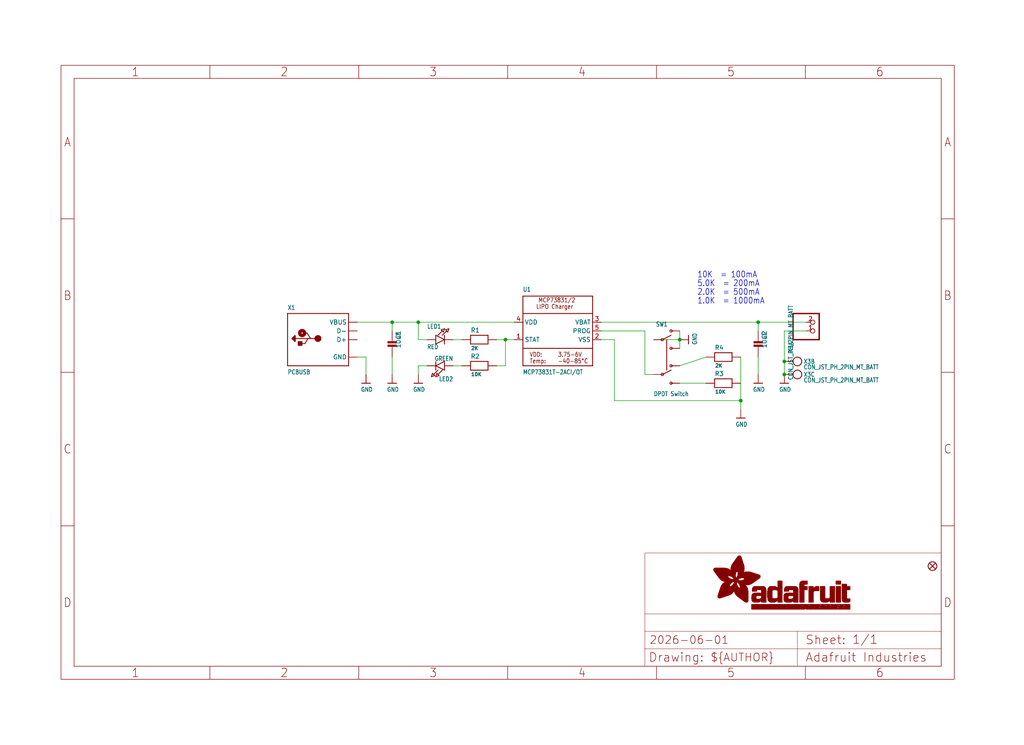
<source format=kicad_sch>
(kicad_sch (version 20230121) (generator eeschema)
  (paper "User" 298.45 217.322)
  (lib_symbols
    (symbol "working-eagle-import:CAP_CERAMIC0805-NOOUTLINE"
      (property "Reference" "C" (at -2.29 1.25 90))
      (symbol "CAP_CERAMIC0805-NOOUTLINE_1_0"
        (pin passive line (at 0 5.08 270) (length 2.54) (name "1") (number "1"))
        (pin passive line (at 0 -2.54 90) (length 2.54) (name "2") (number "2"))
      )
    )
    (symbol "working-eagle-import:CON_JST_PH_2PIN_MT_BATT"
      (property "Reference" "X" (at 0 5.588 90))
      (symbol "CON_JST_PH_2PIN_MT_BATT_1_0"
        (pin passive inverted (at -2.54 2.54 0) (length 2.54) (name "1") (number "1"))
        (pin passive inverted (at -2.54 0 0) (length 2.54) (name "2") (number "2"))
      )
      (symbol "CON_JST_PH_2PIN_MT_BATT_2_0"
        (pin bidirectional line (at 0 0 90) (length 2.54) (name "P$1") (number "NC2"))
      )
      (symbol "CON_JST_PH_2PIN_MT_BATT_3_0"
        (pin bidirectional line (at 0 0 90) (length 2.54) (name "P$1") (number "NC1"))
      )
    )
    (symbol "working-eagle-import:FIDUCIAL_1MM")
    (symbol "working-eagle-import:FRAME_A4_ADAFRUIT"
      (symbol "FRAME_A4_ADAFRUIT_1_0"
        (text "${#}/${##}" (at 230.505 10.16 0) (effects (font (size 2.54 2.54)) (justify left bottom)))
        (text "${AUTHOR}" (at 189.23 5.08 0) (effects (font (size 2.286 2.286)) (justify left bottom)))
        (text "${CURRENT_DATE}" (at 171.45 10.16 0) (effects (font (size 2.286 2.286)) (justify left bottom)))
        (text "${PROJECTNAME}" (at 171.45 15.24 0) (effects (font (size 2.54 2.54)) (justify left bottom)))
        (text "1" (at 21.6958 1.905 0) (effects (font (size 2.54 2.286))))
        (text "1" (at 21.6958 177.165 0) (effects (font (size 2.54 2.286))))
        (text "2" (at 65.0875 1.905 0) (effects (font (size 2.54 2.286))))
        (text "2" (at 65.0875 177.165 0) (effects (font (size 2.54 2.286))))
        (text "3" (at 108.4792 1.905 0) (effects (font (size 2.54 2.286))))
        (text "3" (at 108.4792 177.165 0) (effects (font (size 2.54 2.286))))
        (text "4" (at 151.8708 1.905 0) (effects (font (size 2.54 2.286))))
        (text "4" (at 151.8708 177.165 0) (effects (font (size 2.54 2.286))))
        (text "5" (at 195.2625 1.905 0) (effects (font (size 2.54 2.286))))
        (text "5" (at 195.2625 177.165 0) (effects (font (size 2.54 2.286))))
        (text "6" (at 238.6542 1.905 0) (effects (font (size 2.54 2.286))))
        (text "6" (at 238.6542 177.165 0) (effects (font (size 2.54 2.286))))
        (text "A" (at 1.905 156.6863 0) (effects (font (size 2.54 2.286))))
        (text "A" (at 258.445 156.6863 0) (effects (font (size 2.54 2.286))))
        (text "Adafruit Industries" (at 216.916 4.953 0) (effects (font (size 2.54 2.54)) (justify left bottom)))
        (text "B" (at 1.905 111.9188 0) (effects (font (size 2.54 2.286))))
        (text "B" (at 258.445 111.9188 0) (effects (font (size 2.54 2.286))))
        (text "C" (at 1.905 67.1513 0) (effects (font (size 2.54 2.286))))
        (text "C" (at 258.445 67.1513 0) (effects (font (size 2.54 2.286))))
        (text "D" (at 1.905 22.3838 0) (effects (font (size 2.54 2.286))))
        (text "D" (at 258.445 22.3838 0) (effects (font (size 2.54 2.286))))
        (text "Drawing:" (at 171.196 4.953 0) (effects (font (size 2.54 2.54)) (justify left bottom)))
        (text "Sheet:" (at 216.916 10.033 0) (effects (font (size 2.54 2.54)) (justify left bottom)))
      )
    )
    (symbol "working-eagle-import:GND" (power)
      (property "Value" "GND" (at -1.524 -2.54 0))
      (symbol "GND_1_0"
        (pin power_in line (at 0 2.54 270) (length 2.54) (name "GND") (number "1"))
      )
    )
    (symbol "working-eagle-import:LED0603_NOOUTLINE"
      (property "Reference" "D" (at -1.27 4.445 0))
      (symbol "LED0603_NOOUTLINE_1_0"
        (pin passive line (at -5.08 0 0) (length 2.54) (name "A") (number "A"))
        (pin passive line (at 2.54 0 180) (length 2.54) (name "C") (number "C"))
      )
    )
    (symbol "working-eagle-import:MCP73831/2"
      (property "Reference" "U" (at -10.16 11.43 0))
      (symbol "MCP73831/2_1_0"
        (text "-40-85°C" (at 0 -9.525 0) (effects (font (size 1.27 1.0795)) (justify left bottom)))
        (text "3.75-6V" (at 0 -7.62 0) (effects (font (size 1.27 1.0795)) (justify left bottom)))
        (text "LIPO Charger" (at -6.35 6.35 0) (effects (font (size 1.27 1.0795)) (justify left bottom)))
        (text "MCP73831/2" (at -5.715 8.255 0) (effects (font (size 1.27 1.0795)) (justify left bottom)))
        (text "Temp:" (at -8.255 -9.525 0) (effects (font (size 1.27 1.0795)) (justify left bottom)))
        (text "VDD:" (at -8.255 -7.62 0) (effects (font (size 1.27 1.0795)) (justify left bottom)))
        (pin output line (at -12.7 -2.54 0) (length 2.54) (name "STAT") (number "1"))
        (pin power_in line (at 12.7 -2.54 180) (length 2.54) (name "VSS") (number "2"))
        (pin power_in line (at 12.7 2.54 180) (length 2.54) (name "VBAT") (number "3"))
        (pin power_in line (at -12.7 2.54 0) (length 2.54) (name "VDD") (number "4"))
        (pin input line (at 12.7 0 180) (length 2.54) (name "PROG") (number "5"))
      )
    )
    (symbol "working-eagle-import:RESISTOR_0603_NOOUT"
      (property "Reference" "R" (at 0 2.54 0))
      (symbol "RESISTOR_0603_NOOUT_1_0"
        (pin passive line (at -5.08 0 0) (length 2.54) (name "1") (number "1"))
        (pin passive line (at 5.08 0 180) (length 2.54) (name "2") (number "2"))
      )
    )
    (symbol "working-eagle-import:SWITCH_DPDTEG1390"
      (property "Reference" "SW" (at -4.445 8.89 0))
      (symbol "SWITCH_DPDTEG1390_1_0"
        (pin passive line (at 2.54 7.62 180) (length 2.54) (name "O1") (number "O1"))
        (pin passive line (at 2.54 -2.54 180) (length 2.54) (name "O2") (number "O2"))
        (pin passive line (at -5.08 5.08 0) (length 2.54) (name "P1") (number "P1"))
        (pin passive line (at -5.08 -5.08 0) (length 2.54) (name "P2") (number "P2"))
        (pin passive line (at 2.54 2.54 180) (length 2.54) (name "S1") (number "S1"))
        (pin passive line (at 2.54 -7.62 180) (length 2.54) (name "S2") (number "S2"))
      )
    )
    (symbol "working-eagle-import:USB_TYPEAPCB"
      (property "Reference" "X" (at -10.16 8.636 0))
      (symbol "USB_TYPEAPCB_1_0"
        (pin power_in line (at 10.16 -5.08 180) (length 2.54) (name "GND") (number "GND"))
        (pin bidirectional line (at 10.16 2.54 180) (length 2.54) (name "D-") (number "USB_NEG"))
        (pin bidirectional line (at 10.16 0 180) (length 2.54) (name "D+") (number "USB_PLUS"))
        (pin power_in line (at 10.16 5.08 180) (length 2.54) (name "VBUS") (number "VCC"))
      )
    )
  )
  (junction (at 228.6 105.41))
  (junction (at 114.3 93.98))
  (junction (at 147.32 99.06))
  (junction (at 228.6 109.22))
  (junction (at 215.9 116.84))
  (junction (at 198.12 99.06))
  (junction (at 121.92 93.98))
  (junction (at 220.98 93.98))
  (wire (pts (xy 134.62 106.68) (xy 132.08 106.68)) (stroke (width 0.1524)))
  (wire (pts (xy 179.07 99.06) (xy 179.07 116.84)) (stroke (width 0.1524)))
  (wire (pts (xy 220.98 96.52) (xy 220.98 93.98)) (stroke (width 0.1524)))
  (wire (pts (xy 215.9 104.14) (xy 215.9 116.84)) (stroke (width 0.1524)))
  (wire (pts (xy 124.46 106.68) (xy 121.92 106.68)) (stroke (width 0.1524)))
  (wire (pts (xy 198.12 99.06) (xy 198.12 96.52)) (stroke (width 0.1524)))
  (wire (pts (xy 198.12 106.68) (xy 205.74 104.14)) (stroke (width 0.1524)))
  (wire (pts (xy 144.78 99.06) (xy 147.32 99.06)) (stroke (width 0.1524)))
  (wire (pts (xy 190.5 99.06) (xy 198.12 99.06)) (stroke (width 0.1524)))
  (wire (pts (xy 114.3 96.52) (xy 114.3 93.98)) (stroke (width 0.1524)))
  (wire (pts (xy 228.6 96.52) (xy 228.6 105.41)) (stroke (width 0.1524)))
  (wire (pts (xy 179.07 116.84) (xy 215.9 116.84)) (stroke (width 0.1524)))
  (wire (pts (xy 234.95 93.98) (xy 220.98 93.98)) (stroke (width 0.1524)))
  (wire (pts (xy 220.98 93.98) (xy 175.26 93.98)) (stroke (width 0.1524)))
  (wire (pts (xy 147.32 106.68) (xy 147.32 99.06)) (stroke (width 0.1524)))
  (wire (pts (xy 198.12 99.06) (xy 198.12 101.6)) (stroke (width 0.1524)))
  (wire (pts (xy 124.46 99.06) (xy 121.92 99.06)) (stroke (width 0.1524)))
  (wire (pts (xy 228.6 105.41) (xy 228.6 109.22)) (stroke (width 0.1524)))
  (wire (pts (xy 106.68 104.14) (xy 106.68 109.22)) (stroke (width 0.1524)))
  (wire (pts (xy 104.14 104.14) (xy 106.68 104.14)) (stroke (width 0.1524)))
  (wire (pts (xy 114.3 104.14) (xy 114.3 109.22)) (stroke (width 0.1524)))
  (wire (pts (xy 114.3 93.98) (xy 121.92 93.98)) (stroke (width 0.1524)))
  (wire (pts (xy 187.96 109.22) (xy 187.96 96.52)) (stroke (width 0.1524)))
  (wire (pts (xy 104.14 93.98) (xy 114.3 93.98)) (stroke (width 0.1524)))
  (wire (pts (xy 215.9 116.84) (xy 215.9 119.38)) (stroke (width 0.1524)))
  (wire (pts (xy 198.12 111.76) (xy 205.74 111.76)) (stroke (width 0.1524)))
  (wire (pts (xy 234.95 96.52) (xy 228.6 96.52)) (stroke (width 0.1524)))
  (wire (pts (xy 121.92 106.68) (xy 121.92 109.22)) (stroke (width 0.1524)))
  (wire (pts (xy 190.5 109.22) (xy 187.96 109.22)) (stroke (width 0.1524)))
  (wire (pts (xy 220.98 104.14) (xy 220.98 109.22)) (stroke (width 0.1524)))
  (wire (pts (xy 175.26 99.06) (xy 179.07 99.06)) (stroke (width 0.1524)))
  (wire (pts (xy 147.32 99.06) (xy 149.86 99.06)) (stroke (width 0.1524)))
  (wire (pts (xy 132.08 99.06) (xy 134.62 99.06)) (stroke (width 0.1524)))
  (wire (pts (xy 121.92 99.06) (xy 121.92 93.98)) (stroke (width 0.1524)))
  (wire (pts (xy 121.92 93.98) (xy 149.86 93.98)) (stroke (width 0.1524)))
  (wire (pts (xy 144.78 106.68) (xy 147.32 106.68)) (stroke (width 0.1524)))
  (wire (pts (xy 175.26 96.52) (xy 187.96 96.52)) (stroke (width 0.1524)))
  (text "5.0K  = 200mA" (at 203.2 83.82 0) (effects (font (size 1.778 1.5113)) (justify left bottom)))
  (text "10K  = 100mA" (at 203.2 81.28 0) (effects (font (size 1.778 1.5113)) (justify left bottom)))
  (text "1.0K  = 1000mA" (at 203.2 88.9 0) (effects (font (size 1.778 1.5113)) (justify left bottom)))
  (text "2.0K  = 500mA" (at 203.2 86.36 0) (effects (font (size 1.778 1.5113)) (justify left bottom)))
  (symbol (lib_id "working-eagle-import:MCP73831/2") (at 162.56 96.52 0) (unit 1)
    (property "Reference" "U1" (at 152.4 85.09 0) (effects (font (size 1.27 1.0795)) (justify left bottom)))
    (property "Value" "MCP73831T-2ACI/OT" (at 152.4 109.22 0) (effects (font (size 1.27 1.0795)) (justify left bottom)))
    (property "Footprint" "working:SOT23-5" (effects hide))
  )
  (symbol (lib_id "working-eagle-import:GND") (at 121.92 111.76 0) (unit 1)
    (property "Reference" "#U$7" (effects hide))
    (property "Value" "GND" (at 120.396 114.3 0) (effects (font (size 1.27 1.0795)) (justify left bottom)))
  )
  (symbol (lib_id "working-eagle-import:RESISTOR_0603_NOOUT") (at 139.7 106.68 0) (unit 1)
    (property "Reference" "R2" (at 137.16 104.648 0) (effects (justify left bottom)))
    (property "Value" "10K" (at 137.16 109.855 0) (effects (font (size 1.016 1.016) bold) (justify left bottom)))
    (property "Footprint" "working:0603-NO" (effects hide))
  )
  (symbol (lib_id "working-eagle-import:CON_JST_PH_2PIN_MT_BATT") (at 237.49 93.98 0) (mirror x) (unit 1)
    (property "Reference" "X3" (at 231.14 99.695 90) (effects (font (size 1.27 1.0795)) (justify left bottom)))
    (property "Value" "CON_JST_PH_2PIN_MT_BATT" (at 231.14 88.9 90) (effects (font (size 1.27 1.0795)) (justify left bottom)))
    (property "Footprint" "working:JSTPH2_BATT" (effects hide))
  )
  (symbol (lib_id "working-eagle-import:GND") (at 106.68 111.76 0) (unit 1)
    (property "Reference" "#U$2" (effects hide))
    (property "Value" "GND" (at 105.156 114.3 0) (effects (font (size 1.27 1.0795)) (justify left bottom)))
  )
  (symbol (lib_id "working-eagle-import:GND") (at 200.66 99.06 90) (unit 1)
    (property "Reference" "#U$10" (effects hide))
    (property "Value" "GND" (at 203.2 100.584 0) (effects (font (size 1.27 1.0795)) (justify left bottom)))
  )
  (symbol (lib_id "working-eagle-import:GND") (at 220.98 111.76 0) (unit 1)
    (property "Reference" "#U$5" (effects hide))
    (property "Value" "GND" (at 219.456 114.3 0) (effects (font (size 1.27 1.0795)) (justify left bottom)))
  )
  (symbol (lib_id "working-eagle-import:LED0603_NOOUTLINE") (at 129.54 99.06 0) (unit 1)
    (property "Reference" "LED1" (at 124.46 95.885 0) (effects (font (size 1.27 1.0795)) (justify left bottom)))
    (property "Value" "RED" (at 124.46 101.854 0) (effects (font (size 1.27 1.0795)) (justify left bottom)))
    (property "Footprint" "working:CHIPLED_0603_NOOUTLINE" (effects hide))
  )
  (symbol (lib_id "working-eagle-import:CON_JST_PH_2PIN_MT_BATT") (at 228.6 105.41 270) (unit 2)
    (property "Reference" "X3" (at 234.188 105.41 90) (effects (font (size 1.27 1.0795)) (justify left)))
    (property "Value" "CON_JST_PH_2PIN_MT_BATT" (at 234.188 107.061 90) (effects (font (size 1.27 1.0795)) (justify left)))
    (property "Footprint" "working:JSTPH2_BATT" (effects hide))
  )
  (symbol (lib_id "working-eagle-import:CAP_CERAMIC0805-NOOUTLINE") (at 220.98 101.6 0) (unit 1)
    (property "Reference" "C2" (at 223.52 99.06 90) (effects (justify left bottom)))
    (property "Value" "10uF" (at 223.52 101.6 90) (effects (justify left bottom)))
    (property "Footprint" "working:0805-NO" (effects hide))
  )
  (symbol (lib_id "working-eagle-import:GND") (at 215.9 121.92 0) (unit 1)
    (property "Reference" "#U$6" (effects hide))
    (property "Value" "GND" (at 214.376 124.46 0) (effects (font (size 1.27 1.0795)) (justify left bottom)))
  )
  (symbol (lib_id "working-eagle-import:LED0603_NOOUTLINE") (at 127 106.68 180) (unit 1)
    (property "Reference" "LED2" (at 132.08 109.855 0) (effects (font (size 1.27 1.0795)) (justify left bottom)))
    (property "Value" "GREEN" (at 132.08 103.886 0) (effects (font (size 1.27 1.0795)) (justify left bottom)))
    (property "Footprint" "working:CHIPLED_0603_NOOUTLINE" (effects hide))
  )
  (symbol (lib_id "working-eagle-import:FIDUCIAL_1MM") (at 271.78 165.1 0) (unit 1)
    (property "Reference" "FID1" (effects hide))
    (property "Value" "FIDUCIAL_1MM" (effects hide))
    (property "Footprint" "working:FIDUCIAL_1MM" (effects hide))
  )
  (symbol (lib_id "working-eagle-import:GND") (at 114.3 111.76 0) (unit 1)
    (property "Reference" "#U$3" (effects hide))
    (property "Value" "GND" (at 112.776 114.3 0) (effects (font (size 1.27 1.0795)) (justify left bottom)))
  )
  (symbol (lib_id "working-eagle-import:SWITCH_DPDTEG1390") (at 195.58 104.14 0) (unit 1)
    (property "Reference" "SW1" (at 191.135 95.25 0) (effects (font (size 1.27 1.0795)) (justify left bottom)))
    (property "Value" "DPDT Switch" (at 190.5 115.57 0) (effects (font (size 1.27 1.0795)) (justify left bottom)))
    (property "Footprint" "working:EG1390" (effects hide))
  )
  (symbol (lib_id "working-eagle-import:GND") (at 228.6 111.76 0) (unit 1)
    (property "Reference" "#U$4" (effects hide))
    (property "Value" "GND" (at 227.076 114.3 0) (effects (font (size 1.27 1.0795)) (justify left bottom)))
  )
  (symbol (lib_id "working-eagle-import:USB_TYPEAPCB") (at 93.98 99.06 0) (unit 1)
    (property "Reference" "X1" (at 83.82 90.424 0) (effects (font (size 1.27 1.0795)) (justify left bottom)))
    (property "Value" "PCBUSB" (at 83.82 109.22 0) (effects (font (size 1.27 1.0795)) (justify left bottom)))
    (property "Footprint" "working:USBA_PCB" (effects hide))
  )
  (symbol (lib_id "working-eagle-import:FRAME_A4_ADAFRUIT") (at 17.78 198.12 0) (unit 1)
    (property "Reference" "#U$1" (effects hide))
    (property "Value" "FRAME_A4_ADAFRUIT" (effects hide))
  )
  (symbol (lib_id "working-eagle-import:RESISTOR_0603_NOOUT") (at 210.82 111.76 0) (unit 1)
    (property "Reference" "R3" (at 208.28 109.728 0) (effects (justify left bottom)))
    (property "Value" "10K" (at 208.28 114.935 0) (effects (font (size 1.016 1.016) bold) (justify left bottom)))
    (property "Footprint" "working:0603-NO" (effects hide))
  )
  (symbol (lib_id "working-eagle-import:RESISTOR_0603_NOOUT") (at 210.82 104.14 0) (unit 1)
    (property "Reference" "R4" (at 208.28 102.108 0) (effects (justify left bottom)))
    (property "Value" "2K" (at 208.28 107.315 0) (effects (font (size 1.016 1.016) bold) (justify left bottom)))
    (property "Footprint" "working:0603-NO" (effects hide))
  )
  (symbol (lib_id "working-eagle-import:RESISTOR_0603_NOOUT") (at 139.7 99.06 0) (unit 1)
    (property "Reference" "R1" (at 137.16 97.028 0) (effects (justify left bottom)))
    (property "Value" "2K" (at 137.16 102.235 0) (effects (font (size 1.016 1.016) bold) (justify left bottom)))
    (property "Footprint" "working:0603-NO" (effects hide))
  )
  (symbol (lib_id "working-eagle-import:CAP_CERAMIC0805-NOOUTLINE") (at 114.3 101.6 0) (unit 1)
    (property "Reference" "C1" (at 116.84 99.06 90) (effects (justify left bottom)))
    (property "Value" "10uF" (at 116.84 101.6 90) (effects (justify left bottom)))
    (property "Footprint" "working:0805-NO" (effects hide))
  )
  (symbol (lib_id "working-eagle-import:CON_JST_PH_2PIN_MT_BATT") (at 228.6 109.22 270) (unit 3)
    (property "Reference" "X3" (at 234.188 109.22 90) (effects (font (size 1.27 1.0795)) (justify left)))
    (property "Value" "CON_JST_PH_2PIN_MT_BATT" (at 234.188 110.871 90) (effects (font (size 1.27 1.0795)) (justify left)))
    (property "Footprint" "working:JSTPH2_BATT" (effects hide))
  )
)
</source>
